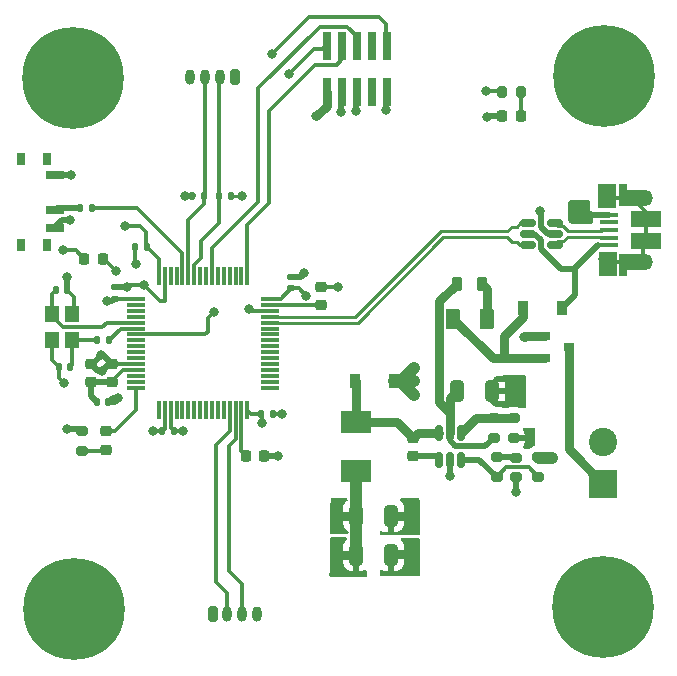
<source format=gbr>
%TF.GenerationSoftware,KiCad,Pcbnew,(5.99.0-7547-g7565f60a03)*%
%TF.CreationDate,2020-12-15T07:52:55+08:00*%
%TF.ProjectId,STM32F4_REV2,53544d33-3246-4345-9f52-4556322e6b69,rev?*%
%TF.SameCoordinates,Original*%
%TF.FileFunction,Copper,L1,Top*%
%TF.FilePolarity,Positive*%
%FSLAX46Y46*%
G04 Gerber Fmt 4.6, Leading zero omitted, Abs format (unit mm)*
G04 Created by KiCad (PCBNEW (5.99.0-7547-g7565f60a03)) date 2020-12-15 07:52:55*
%MOMM*%
%LPD*%
G01*
G04 APERTURE LIST*
G04 Aperture macros list*
%AMRoundRect*
0 Rectangle with rounded corners*
0 $1 Rounding radius*
0 $2 $3 $4 $5 $6 $7 $8 $9 X,Y pos of 4 corners*
0 Add a 4 corners polygon primitive as box body*
4,1,4,$2,$3,$4,$5,$6,$7,$8,$9,$2,$3,0*
0 Add four circle primitives for the rounded corners*
1,1,$1+$1,$2,$3,0*
1,1,$1+$1,$4,$5,0*
1,1,$1+$1,$6,$7,0*
1,1,$1+$1,$8,$9,0*
0 Add four rect primitives between the rounded corners*
20,1,$1+$1,$2,$3,$4,$5,0*
20,1,$1+$1,$4,$5,$6,$7,0*
20,1,$1+$1,$6,$7,$8,$9,0*
20,1,$1+$1,$8,$9,$2,$3,0*%
G04 Aperture macros list end*
%TA.AperFunction,SMDPad,CuDef*%
%ADD10RoundRect,0.140000X0.140000X0.170000X-0.140000X0.170000X-0.140000X-0.170000X0.140000X-0.170000X0*%
%TD*%
%TA.AperFunction,SMDPad,CuDef*%
%ADD11R,0.740000X2.400000*%
%TD*%
%TA.AperFunction,SMDPad,CuDef*%
%ADD12RoundRect,0.250000X0.375000X0.625000X-0.375000X0.625000X-0.375000X-0.625000X0.375000X-0.625000X0*%
%TD*%
%TA.AperFunction,SMDPad,CuDef*%
%ADD13R,1.650000X0.400000*%
%TD*%
%TA.AperFunction,SMDPad,CuDef*%
%ADD14R,0.700000X1.825000*%
%TD*%
%TA.AperFunction,SMDPad,CuDef*%
%ADD15R,1.500000X2.000000*%
%TD*%
%TA.AperFunction,ComponentPad*%
%ADD16O,1.700000X1.350000*%
%TD*%
%TA.AperFunction,ComponentPad*%
%ADD17O,1.500000X1.100000*%
%TD*%
%TA.AperFunction,SMDPad,CuDef*%
%ADD18R,2.000000X1.350000*%
%TD*%
%TA.AperFunction,SMDPad,CuDef*%
%ADD19R,2.500000X1.430000*%
%TD*%
%TA.AperFunction,SMDPad,CuDef*%
%ADD20RoundRect,0.200000X-0.275000X0.200000X-0.275000X-0.200000X0.275000X-0.200000X0.275000X0.200000X0*%
%TD*%
%TA.AperFunction,SMDPad,CuDef*%
%ADD21RoundRect,0.225000X0.250000X-0.225000X0.250000X0.225000X-0.250000X0.225000X-0.250000X-0.225000X0*%
%TD*%
%TA.AperFunction,SMDPad,CuDef*%
%ADD22R,2.500000X1.900000*%
%TD*%
%TA.AperFunction,SMDPad,CuDef*%
%ADD23RoundRect,0.140000X-0.140000X-0.170000X0.140000X-0.170000X0.140000X0.170000X-0.140000X0.170000X0*%
%TD*%
%TA.AperFunction,SMDPad,CuDef*%
%ADD24RoundRect,0.075000X-0.700000X-0.075000X0.700000X-0.075000X0.700000X0.075000X-0.700000X0.075000X0*%
%TD*%
%TA.AperFunction,SMDPad,CuDef*%
%ADD25RoundRect,0.075000X-0.075000X-0.700000X0.075000X-0.700000X0.075000X0.700000X-0.075000X0.700000X0*%
%TD*%
%TA.AperFunction,ComponentPad*%
%ADD26R,2.400000X2.400000*%
%TD*%
%TA.AperFunction,ComponentPad*%
%ADD27C,2.400000*%
%TD*%
%TA.AperFunction,SMDPad,CuDef*%
%ADD28R,0.800000X1.000000*%
%TD*%
%TA.AperFunction,SMDPad,CuDef*%
%ADD29R,1.500000X0.700000*%
%TD*%
%TA.AperFunction,SMDPad,CuDef*%
%ADD30RoundRect,0.140000X0.170000X-0.140000X0.170000X0.140000X-0.170000X0.140000X-0.170000X-0.140000X0*%
%TD*%
%TA.AperFunction,SMDPad,CuDef*%
%ADD31RoundRect,0.200000X-0.200000X-0.275000X0.200000X-0.275000X0.200000X0.275000X-0.200000X0.275000X0*%
%TD*%
%TA.AperFunction,SMDPad,CuDef*%
%ADD32RoundRect,0.147500X0.147500X0.172500X-0.147500X0.172500X-0.147500X-0.172500X0.147500X-0.172500X0*%
%TD*%
%TA.AperFunction,SMDPad,CuDef*%
%ADD33RoundRect,0.218750X-0.218750X-0.381250X0.218750X-0.381250X0.218750X0.381250X-0.218750X0.381250X0*%
%TD*%
%TA.AperFunction,SMDPad,CuDef*%
%ADD34R,0.900000X1.200000*%
%TD*%
%TA.AperFunction,SMDPad,CuDef*%
%ADD35RoundRect,0.225000X-0.225000X-0.250000X0.225000X-0.250000X0.225000X0.250000X-0.225000X0.250000X0*%
%TD*%
%TA.AperFunction,SMDPad,CuDef*%
%ADD36RoundRect,0.135000X0.135000X0.185000X-0.135000X0.185000X-0.135000X-0.185000X0.135000X-0.185000X0*%
%TD*%
%TA.AperFunction,SMDPad,CuDef*%
%ADD37RoundRect,0.218750X0.256250X-0.218750X0.256250X0.218750X-0.256250X0.218750X-0.256250X-0.218750X0*%
%TD*%
%TA.AperFunction,SMDPad,CuDef*%
%ADD38RoundRect,0.200000X0.275000X-0.200000X0.275000X0.200000X-0.275000X0.200000X-0.275000X-0.200000X0*%
%TD*%
%TA.AperFunction,SMDPad,CuDef*%
%ADD39RoundRect,0.135000X-0.135000X-0.185000X0.135000X-0.185000X0.135000X0.185000X-0.135000X0.185000X0*%
%TD*%
%TA.AperFunction,ComponentPad*%
%ADD40RoundRect,0.200000X0.200000X0.450000X-0.200000X0.450000X-0.200000X-0.450000X0.200000X-0.450000X0*%
%TD*%
%TA.AperFunction,ComponentPad*%
%ADD41O,0.800000X1.300000*%
%TD*%
%TA.AperFunction,SMDPad,CuDef*%
%ADD42RoundRect,0.225000X-0.250000X0.225000X-0.250000X-0.225000X0.250000X-0.225000X0.250000X0.225000X0*%
%TD*%
%TA.AperFunction,SMDPad,CuDef*%
%ADD43RoundRect,0.150000X0.150000X-0.512500X0.150000X0.512500X-0.150000X0.512500X-0.150000X-0.512500X0*%
%TD*%
%TA.AperFunction,ComponentPad*%
%ADD44C,0.900000*%
%TD*%
%TA.AperFunction,ComponentPad*%
%ADD45C,8.600000*%
%TD*%
%TA.AperFunction,SMDPad,CuDef*%
%ADD46RoundRect,0.250000X0.325000X0.650000X-0.325000X0.650000X-0.325000X-0.650000X0.325000X-0.650000X0*%
%TD*%
%TA.AperFunction,SMDPad,CuDef*%
%ADD47RoundRect,0.250000X-0.325000X-0.650000X0.325000X-0.650000X0.325000X0.650000X-0.325000X0.650000X0*%
%TD*%
%TA.AperFunction,SMDPad,CuDef*%
%ADD48R,1.200000X1.400000*%
%TD*%
%TA.AperFunction,SMDPad,CuDef*%
%ADD49RoundRect,0.150000X0.512500X0.150000X-0.512500X0.150000X-0.512500X-0.150000X0.512500X-0.150000X0*%
%TD*%
%TA.AperFunction,SMDPad,CuDef*%
%ADD50R,0.900000X0.800000*%
%TD*%
%TA.AperFunction,ComponentPad*%
%ADD51RoundRect,0.200000X-0.200000X-0.450000X0.200000X-0.450000X0.200000X0.450000X-0.200000X0.450000X0*%
%TD*%
%TA.AperFunction,SMDPad,CuDef*%
%ADD52RoundRect,0.218750X0.218750X0.256250X-0.218750X0.256250X-0.218750X-0.256250X0.218750X-0.256250X0*%
%TD*%
%TA.AperFunction,ViaPad*%
%ADD53C,0.800000*%
%TD*%
%TA.AperFunction,Conductor*%
%ADD54C,1.000000*%
%TD*%
%TA.AperFunction,Conductor*%
%ADD55C,0.750000*%
%TD*%
%TA.AperFunction,Conductor*%
%ADD56C,0.300000*%
%TD*%
%TA.AperFunction,Conductor*%
%ADD57C,0.500000*%
%TD*%
%TA.AperFunction,Conductor*%
%ADD58C,0.250000*%
%TD*%
%TA.AperFunction,Conductor*%
%ADD59C,0.260000*%
%TD*%
G04 APERTURE END LIST*
D10*
%TO.P,C10,2*%
%TO.N,GND*%
X95520000Y-85575000D03*
%TO.P,C10,1*%
%TO.N,+3V3*%
X96480000Y-85575000D03*
%TD*%
D11*
%TO.P,J2,10,Pin_10*%
%TO.N,NRST*%
X116790000Y-68600000D03*
%TO.P,J2,9,Pin_9*%
%TO.N,GND*%
X116790000Y-72500000D03*
%TO.P,J2,8,Pin_8*%
%TO.N,no_connect_37*%
X115520000Y-68600000D03*
%TO.P,J2,7,Pin_7*%
%TO.N,no_connect_36*%
X115520000Y-72500000D03*
%TO.P,J2,6,Pin_6*%
%TO.N,SWO*%
X114250000Y-68600000D03*
%TO.P,J2,5,Pin_5*%
%TO.N,GND*%
X114250000Y-72500000D03*
%TO.P,J2,4,Pin_4*%
%TO.N,SWCLK*%
X112980000Y-68600000D03*
%TO.P,J2,3,Pin_3*%
%TO.N,GND*%
X112980000Y-72500000D03*
%TO.P,J2,2,Pin_2*%
%TO.N,SWDIO*%
X111710000Y-68600000D03*
%TO.P,J2,1,Pin_1*%
%TO.N,+3V3*%
X111710000Y-72500000D03*
%TD*%
D12*
%TO.P,F1,2*%
%TO.N,Net-(D1-Pad1)*%
X122450000Y-91650000D03*
%TO.P,F1,1*%
%TO.N,Net-(F1-Pad1)*%
X125250000Y-91650000D03*
%TD*%
D13*
%TO.P,J5,1,VBUS*%
%TO.N,+5V*%
X135595000Y-85455000D03*
%TO.P,J5,2,D-*%
%TO.N,USB_CONN_D-*%
X135595000Y-84805000D03*
%TO.P,J5,3,D+*%
%TO.N,USB_CONN_D+*%
X135595000Y-84155000D03*
%TO.P,J5,4,ID*%
%TO.N,no_connect_42*%
X135595000Y-83505000D03*
%TO.P,J5,5,GND*%
%TO.N,GND*%
X135595000Y-82855000D03*
D14*
%TO.P,J5,6,Shield*%
%TO.N,no_connect_43*%
X136795000Y-81155000D03*
X136795000Y-87105000D03*
D15*
X135475000Y-81255000D03*
D16*
X138475000Y-81425000D03*
D17*
X135475000Y-81735000D03*
D15*
X135495000Y-87005000D03*
D18*
X137545000Y-86885000D03*
D19*
X138745000Y-85115000D03*
D18*
X137545000Y-81405000D03*
D16*
X138475000Y-86885000D03*
D19*
X138745000Y-83195000D03*
D17*
X135475000Y-86575000D03*
%TD*%
D20*
%TO.P,R3,1*%
%TO.N,+3V3*%
X129600000Y-103375000D03*
%TO.P,R3,2*%
%TO.N,BUCK_FB*%
X129600000Y-105025000D03*
%TD*%
D10*
%TO.P,C7,1*%
%TO.N,+3V3*%
X98757327Y-101175507D03*
%TO.P,C7,2*%
%TO.N,GND*%
X97797327Y-101175507D03*
%TD*%
D21*
%TO.P,C12,1*%
%TO.N,+3.3VA*%
X93500000Y-97025000D03*
%TO.P,C12,2*%
%TO.N,GND*%
X93500000Y-95475000D03*
%TD*%
D22*
%TO.P,L1,1*%
%TO.N,BUCK_SW*%
X114175000Y-100425000D03*
%TO.P,L1,2*%
%TO.N,+3V3*%
X114175000Y-104525000D03*
%TD*%
D20*
%TO.P,R5,1*%
%TO.N,Net-(R4-Pad2)*%
X127730000Y-103415000D03*
%TO.P,R5,2*%
%TO.N,GND*%
X127730000Y-105065000D03*
%TD*%
%TO.P,R9,1*%
%TO.N,GND*%
X91000000Y-101175000D03*
%TO.P,R9,2*%
%TO.N,Net-(D4-Pad1)*%
X91000000Y-102825000D03*
%TD*%
D23*
%TO.P,C15,1*%
%TO.N,HSE_IN*%
X88770000Y-89250000D03*
%TO.P,C15,2*%
%TO.N,GND*%
X89730000Y-89250000D03*
%TD*%
D24*
%TO.P,U2,1,VBAT*%
%TO.N,+3V3*%
X95575000Y-90000000D03*
%TO.P,U2,2,PC13*%
%TO.N,no_connect_49*%
X95575000Y-90500000D03*
%TO.P,U2,3,PC14*%
%TO.N,no_connect_59*%
X95575000Y-91000000D03*
%TO.P,U2,4,PC15*%
%TO.N,no_connect_67*%
X95575000Y-91500000D03*
%TO.P,U2,5,PH0*%
%TO.N,HSE_IN*%
X95575000Y-92000000D03*
%TO.P,U2,6,PH1*%
%TO.N,HSC_OUT*%
X95575000Y-92500000D03*
%TO.P,U2,7,NRST*%
%TO.N,NRST*%
X95575000Y-93000000D03*
%TO.P,U2,8,PC0*%
%TO.N,no_connect_81*%
X95575000Y-93500000D03*
%TO.P,U2,9,PC1*%
%TO.N,no_connect_82*%
X95575000Y-94000000D03*
%TO.P,U2,10,PC2*%
%TO.N,no_connect_44*%
X95575000Y-94500000D03*
%TO.P,U2,11,PC3*%
%TO.N,no_connect_45*%
X95575000Y-95000000D03*
%TO.P,U2,12,VSSA*%
%TO.N,GND*%
X95575000Y-95500000D03*
%TO.P,U2,13,VDDA*%
%TO.N,+3.3VA*%
X95575000Y-96000000D03*
%TO.P,U2,14,PA0*%
%TO.N,no_connect_46*%
X95575000Y-96500000D03*
%TO.P,U2,15,PA1*%
%TO.N,no_connect_47*%
X95575000Y-97000000D03*
%TO.P,U2,16,PA2*%
%TO.N,LED_STATUS*%
X95575000Y-97500000D03*
D25*
%TO.P,U2,17,PA3*%
%TO.N,no_connect_48*%
X97500000Y-99425000D03*
%TO.P,U2,18,VSS*%
%TO.N,GND*%
X98000000Y-99425000D03*
%TO.P,U2,19,VDD*%
%TO.N,+3V3*%
X98500000Y-99425000D03*
%TO.P,U2,20,PA4*%
%TO.N,no_connect_50*%
X99000000Y-99425000D03*
%TO.P,U2,21,PA5*%
%TO.N,no_connect_51*%
X99500000Y-99425000D03*
%TO.P,U2,22,PA6*%
%TO.N,no_connect_52*%
X100000000Y-99425000D03*
%TO.P,U2,23,PA7*%
%TO.N,no_connect_53*%
X100500000Y-99425000D03*
%TO.P,U2,24,PC4*%
%TO.N,no_connect_54*%
X101000000Y-99425000D03*
%TO.P,U2,25,PC5*%
%TO.N,no_connect_55*%
X101500000Y-99425000D03*
%TO.P,U2,26,PB0*%
%TO.N,no_connect_56*%
X102000000Y-99425000D03*
%TO.P,U2,27,PB1*%
%TO.N,no_connect_57*%
X102500000Y-99425000D03*
%TO.P,U2,28,PB2*%
%TO.N,no_connect_58*%
X103000000Y-99425000D03*
%TO.P,U2,29,PB10*%
%TO.N,USART3_TX*%
X103500000Y-99425000D03*
%TO.P,U2,30,PB11*%
%TO.N,USART3_RX*%
X104000000Y-99425000D03*
%TO.P,U2,31,VCAP_1*%
%TO.N,Net-(C13-Pad1)*%
X104500000Y-99425000D03*
%TO.P,U2,32,VDD*%
%TO.N,+3V3*%
X105000000Y-99425000D03*
D24*
%TO.P,U2,33,PB12*%
%TO.N,no_connect_60*%
X106925000Y-97500000D03*
%TO.P,U2,34,PB13*%
%TO.N,no_connect_61*%
X106925000Y-97000000D03*
%TO.P,U2,35,PB14*%
%TO.N,no_connect_62*%
X106925000Y-96500000D03*
%TO.P,U2,36,PB15*%
%TO.N,no_connect_63*%
X106925000Y-96000000D03*
%TO.P,U2,37,PC6*%
%TO.N,no_connect_64*%
X106925000Y-95500000D03*
%TO.P,U2,38,PC7*%
%TO.N,no_connect_65*%
X106925000Y-95000000D03*
%TO.P,U2,39,PC8*%
%TO.N,no_connect_66*%
X106925000Y-94500000D03*
%TO.P,U2,40,PC9*%
%TO.N,no_connect_68*%
X106925000Y-94000000D03*
%TO.P,U2,41,PA8*%
%TO.N,no_connect_69*%
X106925000Y-93500000D03*
%TO.P,U2,42,PA9*%
%TO.N,no_connect_70*%
X106925000Y-93000000D03*
%TO.P,U2,43,PA10*%
%TO.N,no_connect_71*%
X106925000Y-92500000D03*
%TO.P,U2,44,PA11*%
%TO.N,USB_D-*%
X106925000Y-92000000D03*
%TO.P,U2,45,PA12*%
%TO.N,USB_D+*%
X106925000Y-91500000D03*
%TO.P,U2,46,PA13*%
%TO.N,SWDIO*%
X106925000Y-91000000D03*
%TO.P,U2,47,VCAP_2*%
%TO.N,Net-(C14-Pad1)*%
X106925000Y-90500000D03*
%TO.P,U2,48,VDD*%
%TO.N,+3V3*%
X106925000Y-90000000D03*
D25*
%TO.P,U2,49,PA14*%
%TO.N,SWCLK*%
X105000000Y-88075000D03*
%TO.P,U2,50,PA15*%
%TO.N,no_connect_72*%
X104500000Y-88075000D03*
%TO.P,U2,51,PC10*%
%TO.N,no_connect_73*%
X104000000Y-88075000D03*
%TO.P,U2,52,PC11*%
%TO.N,no_connect_74*%
X103500000Y-88075000D03*
%TO.P,U2,53,PC12*%
%TO.N,no_connect_75*%
X103000000Y-88075000D03*
%TO.P,U2,54,PD2*%
%TO.N,no_connect_76*%
X102500000Y-88075000D03*
%TO.P,U2,55,PB3*%
%TO.N,SWO*%
X102000000Y-88075000D03*
%TO.P,U2,56,PB4*%
%TO.N,no_connect_77*%
X101500000Y-88075000D03*
%TO.P,U2,57,PB5*%
%TO.N,no_connect_78*%
X101000000Y-88075000D03*
%TO.P,U2,58,PB6*%
%TO.N,12C1_SCL*%
X100500000Y-88075000D03*
%TO.P,U2,59,PB7*%
%TO.N,12C1_SDA*%
X100000000Y-88075000D03*
%TO.P,U2,60,BOOT0*%
%TO.N,BOOT0*%
X99500000Y-88075000D03*
%TO.P,U2,61,PB8*%
%TO.N,no_connect_79*%
X99000000Y-88075000D03*
%TO.P,U2,62,PB9*%
%TO.N,no_connect_80*%
X98500000Y-88075000D03*
%TO.P,U2,63,VSS*%
%TO.N,GND*%
X98000000Y-88075000D03*
%TO.P,U2,64,VDD*%
%TO.N,+3V3*%
X97500000Y-88075000D03*
%TD*%
D21*
%TO.P,C11,1*%
%TO.N,+3.3VA*%
X91750000Y-97025000D03*
%TO.P,C11,2*%
%TO.N,GND*%
X91750000Y-95475000D03*
%TD*%
D26*
%TO.P,J1,1,Pin_1*%
%TO.N,+12V*%
X135150000Y-105620000D03*
D27*
%TO.P,J1,2,Pin_2*%
%TO.N,GND*%
X135150000Y-102120000D03*
%TD*%
D28*
%TO.P,SW1,*%
%TO.N,*%
X88030000Y-85400000D03*
X88030000Y-78100000D03*
X85820000Y-85400000D03*
X85820000Y-78100000D03*
D29*
%TO.P,SW1,1,A*%
%TO.N,+3V3*%
X88680000Y-79500000D03*
%TO.P,SW1,2,B*%
%TO.N,Net-(R7-Pad1)*%
X88680000Y-82500000D03*
%TO.P,SW1,3,C*%
%TO.N,GND*%
X88680000Y-84000000D03*
%TD*%
D30*
%TO.P,C6,1*%
%TO.N,+3V3*%
X93750000Y-89980000D03*
%TO.P,C6,2*%
%TO.N,GND*%
X93750000Y-89020000D03*
%TD*%
D31*
%TO.P,R6,1*%
%TO.N,GND*%
X126525000Y-72500000D03*
%TO.P,R6,2*%
%TO.N,Net-(D3-Pad1)*%
X128175000Y-72500000D03*
%TD*%
D32*
%TO.P,L2,1*%
%TO.N,+3V3*%
X93235000Y-98750000D03*
%TO.P,L2,2*%
%TO.N,+3.3VA*%
X92265000Y-98750000D03*
%TD*%
D33*
%TO.P,FB1,1*%
%TO.N,BUCK_IN*%
X122712500Y-88700000D03*
%TO.P,FB1,2*%
%TO.N,Net-(F1-Pad1)*%
X124837500Y-88700000D03*
%TD*%
D34*
%TO.P,D1,1,K*%
%TO.N,Net-(D1-Pad1)*%
X128350000Y-90750000D03*
%TO.P,D1,2,A*%
%TO.N,+5V*%
X131650000Y-90750000D03*
%TD*%
D35*
%TO.P,C13,1*%
%TO.N,Net-(C13-Pad1)*%
X104875000Y-103250000D03*
%TO.P,C13,2*%
%TO.N,GND*%
X106425000Y-103250000D03*
%TD*%
D21*
%TO.P,C14,1*%
%TO.N,Net-(C14-Pad1)*%
X111270000Y-90495000D03*
%TO.P,C14,2*%
%TO.N,GND*%
X111270000Y-88945000D03*
%TD*%
D36*
%TO.P,R8,1*%
%TO.N,HSC_OUT*%
X93260000Y-93500000D03*
%TO.P,R8,2*%
%TO.N,Net-(C16-Pad1)*%
X92240000Y-93500000D03*
%TD*%
D34*
%TO.P,D2,1,K*%
%TO.N,BUCK_SW*%
X114125000Y-96900000D03*
%TO.P,D2,2,A*%
%TO.N,GND*%
X117425000Y-96900000D03*
%TD*%
D37*
%TO.P,D4,1,K*%
%TO.N,Net-(D4-Pad1)*%
X93000000Y-102787500D03*
%TO.P,D4,2,A*%
%TO.N,LED_STATUS*%
X93000000Y-101212500D03*
%TD*%
D38*
%TO.P,R4,1*%
%TO.N,BUCK_FB*%
X126100000Y-105055000D03*
%TO.P,R4,2*%
%TO.N,Net-(R4-Pad2)*%
X126100000Y-103405000D03*
%TD*%
D39*
%TO.P,R10,1*%
%TO.N,+3V3*%
X100340000Y-81250000D03*
%TO.P,R10,2*%
%TO.N,12C1_SDA*%
X101360000Y-81250000D03*
%TD*%
D40*
%TO.P,J3,1,Pin_1*%
%TO.N,no_connect_38*%
X103925000Y-71225000D03*
D41*
%TO.P,J3,2,Pin_2*%
%TO.N,12C1_SCL*%
X102675000Y-71225000D03*
%TO.P,J3,3,Pin_3*%
%TO.N,12C1_SDA*%
X101425000Y-71225000D03*
%TO.P,J3,4,Pin_4*%
%TO.N,no_connect_39*%
X100175000Y-71225000D03*
%TD*%
D36*
%TO.P,R11,1*%
%TO.N,+3V3*%
X103610000Y-81250000D03*
%TO.P,R11,2*%
%TO.N,12C1_SCL*%
X102590000Y-81250000D03*
%TD*%
D42*
%TO.P,C4,1*%
%TO.N,BUCK_SW*%
X119000000Y-101725000D03*
%TO.P,C4,2*%
%TO.N,BUCK_BST*%
X119000000Y-103275000D03*
%TD*%
D43*
%TO.P,U1,1,BST*%
%TO.N,BUCK_BST*%
X121200000Y-103587500D03*
%TO.P,U1,2,GND*%
%TO.N,GND*%
X122150000Y-103587500D03*
%TO.P,U1,3,FB*%
%TO.N,BUCK_FB*%
X123100000Y-103587500D03*
%TO.P,U1,4,EN*%
%TO.N,BUCK_EN*%
X123100000Y-101312500D03*
%TO.P,U1,5,IN*%
%TO.N,BUCK_IN*%
X122150000Y-101312500D03*
%TO.P,U1,6,SW*%
%TO.N,BUCK_SW*%
X121200000Y-101312500D03*
%TD*%
D35*
%TO.P,C5,1*%
%TO.N,+3V3*%
X91195000Y-86590000D03*
%TO.P,C5,2*%
%TO.N,GND*%
X92745000Y-86590000D03*
%TD*%
D39*
%TO.P,R7,1*%
%TO.N,Net-(R7-Pad1)*%
X90820000Y-82260000D03*
%TO.P,R7,2*%
%TO.N,BOOT0*%
X91840000Y-82260000D03*
%TD*%
D30*
%TO.P,C9,1*%
%TO.N,+3V3*%
X108700000Y-89105000D03*
%TO.P,C9,2*%
%TO.N,GND*%
X108700000Y-88145000D03*
%TD*%
D44*
%TO.P,H2,1,1*%
%TO.N,GND*%
X132919581Y-73390419D03*
X135200000Y-74335000D03*
X138425000Y-71110000D03*
X137480419Y-68829581D03*
D45*
X135200000Y-71110000D03*
D44*
X132919581Y-68829581D03*
X135200000Y-67885000D03*
X131975000Y-71110000D03*
X137480419Y-73390419D03*
%TD*%
D46*
%TO.P,C3,1*%
%TO.N,GND*%
X117160000Y-108335000D03*
%TO.P,C3,2*%
%TO.N,+3V3*%
X114210000Y-108335000D03*
%TD*%
D47*
%TO.P,C1,1*%
%TO.N,BUCK_IN*%
X122775000Y-97750000D03*
%TO.P,C1,2*%
%TO.N,GND*%
X125725000Y-97750000D03*
%TD*%
D20*
%TO.P,R2,1*%
%TO.N,BUCK_EN*%
X127550000Y-100075000D03*
%TO.P,R2,2*%
%TO.N,GND*%
X127550000Y-101725000D03*
%TD*%
D44*
%TO.P,H4,1,1*%
%TO.N,GND*%
X90200000Y-74475000D03*
X92480419Y-73530419D03*
X86975000Y-71250000D03*
X87919581Y-68969581D03*
X87919581Y-73530419D03*
X90200000Y-68025000D03*
X93425000Y-71250000D03*
X92480419Y-68969581D03*
D45*
X90200000Y-71250000D03*
%TD*%
D48*
%TO.P,Y1,1,1*%
%TO.N,HSE_IN*%
X88450000Y-91300000D03*
%TO.P,Y1,2,2*%
%TO.N,GND*%
X88450000Y-93500000D03*
%TO.P,Y1,3,3*%
%TO.N,Net-(C16-Pad1)*%
X90150000Y-93500000D03*
%TO.P,Y1,4,4*%
%TO.N,GND*%
X90150000Y-91300000D03*
%TD*%
D49*
%TO.P,U3,1,I/O1*%
%TO.N,USB_CONN_D-*%
X131012500Y-85425000D03*
%TO.P,U3,2,GND*%
%TO.N,GND*%
X131012500Y-84475000D03*
%TO.P,U3,3,I/O2*%
%TO.N,USB_CONN_D+*%
X131012500Y-83525000D03*
%TO.P,U3,4,I/O2*%
%TO.N,USB_D+*%
X128737500Y-83525000D03*
%TO.P,U3,5,VBUS*%
%TO.N,+5V*%
X128737500Y-84475000D03*
%TO.P,U3,6,I/O1*%
%TO.N,USB_D-*%
X128737500Y-85425000D03*
%TD*%
D50*
%TO.P,Q1,1,G*%
%TO.N,GND*%
X130225000Y-93125000D03*
%TO.P,Q1,2,S*%
%TO.N,Net-(D1-Pad1)*%
X130225000Y-95025000D03*
%TO.P,Q1,3,D*%
%TO.N,+12V*%
X132225000Y-94075000D03*
%TD*%
D51*
%TO.P,J4,1,Pin_1*%
%TO.N,no_connect_40*%
X102050000Y-116650000D03*
D41*
%TO.P,J4,2,Pin_2*%
%TO.N,USART3_TX*%
X103300000Y-116650000D03*
%TO.P,J4,3,Pin_3*%
%TO.N,USART3_RX*%
X104550000Y-116650000D03*
%TO.P,J4,4,Pin_4*%
%TO.N,no_connect_41*%
X105800000Y-116650000D03*
%TD*%
D46*
%TO.P,C2,1*%
%TO.N,GND*%
X117160000Y-111635000D03*
%TO.P,C2,2*%
%TO.N,+3V3*%
X114210000Y-111635000D03*
%TD*%
D23*
%TO.P,C8,1*%
%TO.N,+3V3*%
X106170000Y-99700000D03*
%TO.P,C8,2*%
%TO.N,GND*%
X107130000Y-99700000D03*
%TD*%
D52*
%TO.P,D3,1,K*%
%TO.N,Net-(D3-Pad1)*%
X128137500Y-74500000D03*
%TO.P,D3,2,A*%
%TO.N,+3V3*%
X126562500Y-74500000D03*
%TD*%
D44*
%TO.P,H1,1,1*%
%TO.N,GND*%
X93575000Y-116250000D03*
X92630419Y-118530419D03*
X92630419Y-113969581D03*
X90350000Y-113025000D03*
X87125000Y-116250000D03*
X90350000Y-119475000D03*
X88069581Y-113969581D03*
D45*
X90350000Y-116250000D03*
D44*
X88069581Y-118530419D03*
%TD*%
%TO.P,H3,1,1*%
%TO.N,GND*%
X132869581Y-113819581D03*
X135150000Y-112875000D03*
X135150000Y-119325000D03*
X137430419Y-113819581D03*
X131925000Y-116100000D03*
D45*
X135150000Y-116100000D03*
D44*
X132869581Y-118380419D03*
X137430419Y-118380419D03*
X138375000Y-116100000D03*
%TD*%
D38*
%TO.P,R1,1*%
%TO.N,BUCK_IN*%
X125850000Y-101725000D03*
%TO.P,R1,2*%
%TO.N,BUCK_EN*%
X125850000Y-100075000D03*
%TD*%
D10*
%TO.P,C16,1*%
%TO.N,Net-(C16-Pad1)*%
X90000000Y-95750000D03*
%TO.P,C16,2*%
%TO.N,GND*%
X89040000Y-95750000D03*
%TD*%
D53*
%TO.N,GND*%
X119125000Y-98125000D03*
X119100000Y-96975000D03*
X119100000Y-95800000D03*
%TO.N,+3V3*%
X109950000Y-89725000D03*
%TO.N,GND*%
X133625000Y-83150000D03*
X132700000Y-83175000D03*
X132725000Y-82150000D03*
X133575000Y-82150000D03*
X128850000Y-102275000D03*
X128850000Y-101375000D03*
X128050000Y-98750000D03*
X127125000Y-98750000D03*
X127125000Y-97850000D03*
X128050000Y-97850000D03*
X128050000Y-96925000D03*
X127125000Y-96925000D03*
X107925000Y-99725000D03*
X109825000Y-87825000D03*
X118725000Y-110850000D03*
X116775000Y-74025000D03*
X125225000Y-72400000D03*
X107600000Y-103250000D03*
X122150000Y-104975000D03*
X93875000Y-87600000D03*
X89475000Y-97125000D03*
X112900000Y-74125000D03*
X128450000Y-93250000D03*
X92700000Y-96050000D03*
X118750000Y-112425000D03*
X112675000Y-88950000D03*
X94825000Y-89000000D03*
X114225000Y-74100000D03*
X129800000Y-82575000D03*
X97025000Y-101200000D03*
X89700000Y-101000000D03*
X96225000Y-88800000D03*
X95600000Y-87050000D03*
X89975000Y-83275000D03*
X89750000Y-88125000D03*
X118725000Y-109000000D03*
X92625000Y-94775000D03*
X127775000Y-106350000D03*
X118775000Y-107725000D03*
%TO.N,+3V3*%
X112625000Y-107675000D03*
X99700000Y-81275000D03*
X94650000Y-83775000D03*
X106200000Y-100475000D03*
X112575000Y-112125000D03*
X94075000Y-98400000D03*
X130750000Y-103450000D03*
X93075000Y-90200000D03*
X104550000Y-81275000D03*
X112575000Y-108975000D03*
X125250000Y-74550000D03*
X112575000Y-111100000D03*
X110850000Y-74500000D03*
X90025000Y-79500000D03*
X89425000Y-85850000D03*
X99525000Y-101175000D03*
%TO.N,SWDIO*%
X105148942Y-90823942D03*
X108500000Y-70950000D03*
%TO.N,NRST*%
X102150000Y-91100000D03*
X107112852Y-69281456D03*
%TD*%
D54*
%TO.N,GND*%
X117425000Y-96900000D02*
X117900000Y-96900000D01*
X117900000Y-96900000D02*
X119125000Y-98125000D01*
X117425000Y-96900000D02*
X118000000Y-96900000D01*
X118000000Y-96900000D02*
X119100000Y-95800000D01*
X117425000Y-96900000D02*
X119025000Y-96900000D01*
X119025000Y-96900000D02*
X119100000Y-96975000D01*
D55*
%TO.N,BUCK_SW*%
X114175000Y-100425000D02*
X114175000Y-96950000D01*
X114175000Y-96950000D02*
X114125000Y-96900000D01*
D56*
%TO.N,GND*%
X95520000Y-85575000D02*
X95520000Y-86970000D01*
X95520000Y-86970000D02*
X95600000Y-87050000D01*
D55*
%TO.N,+3V3*%
X111710000Y-72500000D02*
X111710000Y-73640000D01*
X111710000Y-73640000D02*
X110850000Y-74500000D01*
%TO.N,GND*%
X117160000Y-111635000D02*
X117170000Y-111625000D01*
X117170000Y-111625000D02*
X118725000Y-111625000D01*
X117160000Y-108335000D02*
X118715000Y-108335000D01*
%TO.N,+3V3*%
X112685000Y-111635000D02*
X114210000Y-111635000D01*
X114210000Y-108335000D02*
X112740000Y-108335000D01*
D56*
X106170000Y-99700000D02*
X105275000Y-99700000D01*
X105275000Y-99700000D02*
X105000000Y-99425000D01*
%TO.N,GND*%
X107925000Y-99725000D02*
X107155000Y-99725000D01*
X107155000Y-99725000D02*
X107130000Y-99700000D01*
X96225000Y-88800000D02*
X95025000Y-88800000D01*
X95025000Y-88800000D02*
X94825000Y-89000000D01*
%TO.N,+3V3*%
X106200000Y-100475000D02*
X106200000Y-99730000D01*
X106200000Y-99730000D02*
X106170000Y-99700000D01*
X108700000Y-89105000D02*
X109330000Y-89105000D01*
X109330000Y-89105000D02*
X109950000Y-89725000D01*
X106925000Y-90000000D02*
X107805000Y-90000000D01*
X107805000Y-90000000D02*
X108700000Y-89105000D01*
%TO.N,GND*%
X112675000Y-88950000D02*
X111275000Y-88950000D01*
X111275000Y-88950000D02*
X111270000Y-88945000D01*
%TO.N,Net-(C14-Pad1)*%
X109820000Y-90495000D02*
X111270000Y-90495000D01*
D55*
%TO.N,BUCK_IN*%
X122775000Y-97750000D02*
X122150000Y-98375000D01*
X122150000Y-98375000D02*
X122150000Y-101312500D01*
X121250000Y-98350020D02*
X121250000Y-98725000D01*
X121249990Y-98350010D02*
X121250000Y-98350020D01*
X121250000Y-98725000D02*
X122150000Y-99625000D01*
X122150000Y-99625000D02*
X122150000Y-101312500D01*
X122712500Y-88700000D02*
X122712500Y-88712500D01*
X122712500Y-88712500D02*
X121249990Y-90175010D01*
X121249990Y-90175010D02*
X121249990Y-98350010D01*
%TO.N,Net-(F1-Pad1)*%
X125250000Y-91650000D02*
X125250000Y-89112500D01*
X125250000Y-89112500D02*
X124837500Y-88700000D01*
%TO.N,Net-(D1-Pad1)*%
X122450000Y-91650000D02*
X125825000Y-95025000D01*
X125825000Y-95025000D02*
X130225000Y-95025000D01*
D57*
%TO.N,GND*%
X125725000Y-98550000D02*
X126050000Y-98875000D01*
X125725000Y-97750000D02*
X125725000Y-98550000D01*
X126050000Y-98875000D02*
X127000000Y-98875000D01*
X127000000Y-98875000D02*
X127125000Y-98750000D01*
X125725000Y-97250000D02*
X126175000Y-96800000D01*
X127000000Y-96800000D02*
X127125000Y-96925000D01*
X125725000Y-97750000D02*
X125725000Y-97250000D01*
X126175000Y-96800000D02*
X127000000Y-96800000D01*
X125725000Y-97750000D02*
X127950000Y-97750000D01*
X127950000Y-97750000D02*
X128050000Y-97850000D01*
%TO.N,Net-(R4-Pad2)*%
X126100000Y-103405000D02*
X127720000Y-103405000D01*
X127720000Y-103405000D02*
X127730000Y-103415000D01*
%TO.N,GND*%
X135595000Y-82855000D02*
X133920000Y-82855000D01*
X133920000Y-82855000D02*
X133625000Y-83150000D01*
D56*
%TO.N,HSE_IN*%
X88450000Y-91300000D02*
X88450000Y-89550000D01*
D57*
%TO.N,GND*%
X89730000Y-89250000D02*
X89730000Y-88145000D01*
X89730000Y-88145000D02*
X89750000Y-88125000D01*
X89299990Y-83300010D02*
X89949990Y-83300010D01*
X89949990Y-83300010D02*
X89975000Y-83275000D01*
X88680000Y-84000000D02*
X88680000Y-83920000D01*
X88680000Y-83920000D02*
X89299990Y-83300010D01*
X89299990Y-83300010D02*
X89325000Y-83300010D01*
%TO.N,Net-(R7-Pad1)*%
X88680000Y-82500000D02*
X88920000Y-82260000D01*
X88920000Y-82260000D02*
X90820000Y-82260000D01*
%TO.N,+3V3*%
X90025000Y-79500000D02*
X88680000Y-79500000D01*
D55*
%TO.N,BUCK_EN*%
X127550000Y-100075000D02*
X124337500Y-100075000D01*
X124337500Y-100075000D02*
X123100000Y-101312500D01*
D57*
%TO.N,BUCK_IN*%
X125850000Y-101725000D02*
X125149990Y-102425010D01*
X125149990Y-102425010D02*
X122600010Y-102425010D01*
X122600010Y-102425010D02*
X122150000Y-101975000D01*
X122150000Y-101975000D02*
X122150000Y-101312500D01*
D55*
%TO.N,Net-(D1-Pad1)*%
X128350000Y-90750000D02*
X128350000Y-91485048D01*
X128350000Y-91485048D02*
X126700010Y-93135038D01*
X126700010Y-93135038D02*
X126700010Y-94737490D01*
X130225000Y-95025000D02*
X126412500Y-95025000D01*
%TO.N,GND*%
X130225000Y-93125000D02*
X128575000Y-93125000D01*
X128575000Y-93125000D02*
X128450000Y-93250000D01*
%TO.N,+12V*%
X135150000Y-105620000D02*
X132225000Y-102695000D01*
X132225000Y-102695000D02*
X132225000Y-94075000D01*
%TO.N,BUCK_SW*%
X121200000Y-101312500D02*
X119412500Y-101312500D01*
X119412500Y-101312500D02*
X119000000Y-101725000D01*
X118750000Y-101475000D02*
X119000000Y-101725000D01*
X114175000Y-100425000D02*
X117700000Y-100425000D01*
X117700000Y-100425000D02*
X119000000Y-101725000D01*
D56*
%TO.N,GND*%
X97025000Y-101200000D02*
X97772834Y-101200000D01*
X97772834Y-101200000D02*
X97797327Y-101175507D01*
%TO.N,+3V3*%
X99525000Y-101175000D02*
X98757834Y-101175000D01*
X98757834Y-101175000D02*
X98757327Y-101175507D01*
%TO.N,GND*%
X98000000Y-99425000D02*
X98000000Y-100972834D01*
X98000000Y-100972834D02*
X97797327Y-101175507D01*
%TO.N,+3V3*%
X98500000Y-99425000D02*
X98500000Y-100918180D01*
X98500000Y-100918180D02*
X98757327Y-101175507D01*
D57*
%TO.N,GND*%
X91750000Y-95475000D02*
X91925000Y-95475000D01*
D56*
X126425000Y-72400000D02*
X126525000Y-72500000D01*
D57*
X93500000Y-95475000D02*
X93275000Y-95475000D01*
D56*
X88450000Y-93500000D02*
X88450000Y-95160000D01*
D57*
X90825000Y-101000000D02*
X91000000Y-101175000D01*
D56*
X97575000Y-90150000D02*
X96225000Y-88800000D01*
X98000000Y-88075000D02*
X98000000Y-90150000D01*
D57*
X127730000Y-105065000D02*
X127730000Y-105055000D01*
X92625000Y-94775000D02*
X92800000Y-94775000D01*
X127775000Y-106350000D02*
X127775000Y-105110000D01*
X93275000Y-95475000D02*
X92700000Y-96050000D01*
X109505000Y-88145000D02*
X109825000Y-87825000D01*
D56*
X90325000Y-91125000D02*
X90150000Y-91300000D01*
D57*
X92325000Y-96050000D02*
X91750000Y-95475000D01*
D56*
X98000000Y-90150000D02*
X97575000Y-90150000D01*
X89325000Y-83275000D02*
X89325000Y-83355000D01*
D57*
X116775000Y-72385000D02*
X116765000Y-72375000D01*
D56*
X88450000Y-95160000D02*
X89040000Y-95750000D01*
D57*
X130451458Y-84475000D02*
X129850010Y-83873552D01*
D56*
X89325000Y-83355000D02*
X88680000Y-84000000D01*
D57*
X91925000Y-95475000D02*
X92625000Y-94775000D01*
X131012500Y-84475000D02*
X130451458Y-84475000D01*
X92700000Y-96050000D02*
X92325000Y-96050000D01*
X127775000Y-105110000D02*
X127730000Y-105065000D01*
D56*
X92865000Y-86590000D02*
X93875000Y-87600000D01*
X93525000Y-95500000D02*
X93500000Y-95475000D01*
D57*
X125725000Y-97750000D02*
X125750000Y-97725000D01*
D56*
X89730000Y-89250000D02*
X90325000Y-89845000D01*
D57*
X127730000Y-105065000D02*
X127785000Y-105065000D01*
X93945000Y-87530000D02*
X93875000Y-87600000D01*
X129850010Y-83873552D02*
X129850010Y-82625010D01*
D56*
X89040000Y-96690000D02*
X89040000Y-95750000D01*
D57*
X107600000Y-103250000D02*
X106425000Y-103250000D01*
X116775000Y-74025000D02*
X116775000Y-72385000D01*
D56*
X125225000Y-72400000D02*
X126425000Y-72400000D01*
X90325000Y-89845000D02*
X90325000Y-91125000D01*
X95575000Y-95500000D02*
X93525000Y-95500000D01*
D57*
X114225000Y-74100000D02*
X114225000Y-72375000D01*
X112900000Y-74125000D02*
X112900000Y-72430000D01*
D56*
X92745000Y-86590000D02*
X92865000Y-86590000D01*
D57*
X94825000Y-89000000D02*
X93770000Y-89000000D01*
X93770000Y-89000000D02*
X93750000Y-89020000D01*
X108700000Y-88145000D02*
X109505000Y-88145000D01*
X122150000Y-104975000D02*
X122150000Y-103587500D01*
X92800000Y-94775000D02*
X93500000Y-95475000D01*
D56*
X89975000Y-83275000D02*
X89325000Y-83275000D01*
X89475000Y-97125000D02*
X89040000Y-96690000D01*
D57*
X89700000Y-101000000D02*
X90825000Y-101000000D01*
X112900000Y-72430000D02*
X112955000Y-72375000D01*
D56*
%TO.N,Net-(D3-Pad1)*%
X128137500Y-74500000D02*
X128137500Y-72537500D01*
X128137500Y-72537500D02*
X128175000Y-72500000D01*
%TO.N,BUCK_FB*%
X126905000Y-104250000D02*
X128825000Y-104250000D01*
D57*
X124632500Y-103587500D02*
X126100000Y-105055000D01*
X123100000Y-103587500D02*
X124632500Y-103587500D01*
D56*
X128825000Y-104250000D02*
X129600000Y-105025000D01*
X126100000Y-105055000D02*
X126905000Y-104250000D01*
%TO.N,+3V3*%
X90455000Y-85850000D02*
X91195000Y-86590000D01*
X93750000Y-89980000D02*
X95555000Y-89980000D01*
X96425000Y-84350000D02*
X96425000Y-85550000D01*
D57*
X100400000Y-81275000D02*
X100400000Y-81225000D01*
D56*
X94675000Y-83800000D02*
X95875000Y-83800000D01*
D57*
X126550000Y-74525000D02*
X126575000Y-74500000D01*
X111700000Y-72390000D02*
X111685000Y-72375000D01*
D56*
X94650000Y-83775000D02*
X94675000Y-83800000D01*
D57*
X93585000Y-98400000D02*
X93235000Y-98750000D01*
D56*
X95875000Y-83800000D02*
X96425000Y-84350000D01*
D57*
X125500000Y-74525000D02*
X126550000Y-74525000D01*
X93750000Y-89980000D02*
X93555000Y-90175000D01*
X93775000Y-98700000D02*
X93275000Y-98700000D01*
X126562500Y-74500000D02*
X126575000Y-74512500D01*
X94075000Y-98400000D02*
X93585000Y-98400000D01*
D54*
X114210000Y-108335000D02*
X114210000Y-111635000D01*
D56*
X97500000Y-88075000D02*
X97500000Y-86625000D01*
X95555000Y-89980000D02*
X95575000Y-90000000D01*
D58*
X103610000Y-81250000D02*
X104500000Y-81250000D01*
D56*
X89425000Y-85850000D02*
X90455000Y-85850000D01*
D57*
X93555000Y-90175000D02*
X93100000Y-90175000D01*
X94075000Y-98400000D02*
X93775000Y-98700000D01*
D58*
X104500000Y-81250000D02*
X104600000Y-81250000D01*
D57*
X100400000Y-81225000D02*
X100425000Y-81200000D01*
D54*
X130750000Y-103450000D02*
X129675000Y-103450000D01*
D56*
X97500000Y-86625000D02*
X96425000Y-85550000D01*
D57*
X100350000Y-81275000D02*
X100400000Y-81275000D01*
D54*
X114175000Y-104525000D02*
X114175000Y-108300000D01*
D57*
X99700000Y-81275000D02*
X100350000Y-81275000D01*
X114175000Y-108300000D02*
X114210000Y-108335000D01*
D56*
%TO.N,12C1_SCL*%
X102590000Y-83540000D02*
X101050000Y-85080000D01*
X101050000Y-86525000D02*
X100500000Y-87075000D01*
X101050000Y-85080000D02*
X101050000Y-86525000D01*
X102590000Y-81250000D02*
X102600000Y-81240000D01*
X102590000Y-82415000D02*
X102590000Y-83540000D01*
X100500000Y-87075000D02*
X100500000Y-88075000D01*
X102600000Y-81240000D02*
X102600000Y-71175000D01*
X102590000Y-81250000D02*
X102590000Y-82415000D01*
%TO.N,12C1_SDA*%
X101360000Y-81250000D02*
X101360000Y-81940000D01*
X101360000Y-81940000D02*
X100000000Y-83300000D01*
X100000000Y-83300000D02*
X100000000Y-88075000D01*
X101400010Y-81209990D02*
X101360000Y-81250000D01*
X101400000Y-71175000D02*
X101425000Y-71150000D01*
X101360000Y-81250000D02*
X101400000Y-81210000D01*
X101400000Y-81210000D02*
X101400000Y-71175000D01*
%TO.N,Net-(C16-Pad1)*%
X90150000Y-93500000D02*
X90150000Y-95600000D01*
X92240000Y-93500000D02*
X90150000Y-93500000D01*
X90150000Y-95600000D02*
X90000000Y-95750000D01*
%TO.N,HSC_OUT*%
X95575000Y-92500000D02*
X94260000Y-92500000D01*
X94260000Y-92500000D02*
X93260000Y-93500000D01*
%TO.N,BOOT0*%
X91840000Y-82260000D02*
X95648188Y-82260000D01*
X95648188Y-82260000D02*
X99500000Y-86111812D01*
X99500000Y-86111812D02*
X99500000Y-88075000D01*
%TO.N,Net-(D4-Pad1)*%
X92962500Y-102825000D02*
X93000000Y-102787500D01*
X91000000Y-102825000D02*
X92962500Y-102825000D01*
D59*
%TO.N,USB_D-*%
X114341342Y-91985000D02*
X121591342Y-84735000D01*
X121591342Y-84735000D02*
X127006162Y-84735000D01*
X127006162Y-84735000D02*
X127401172Y-85130010D01*
X106925000Y-92000000D02*
X106940000Y-91985000D01*
X127792510Y-85130010D02*
X128112500Y-85450000D01*
X127401172Y-85130010D02*
X127792510Y-85130010D01*
X106940000Y-91985000D02*
X114341342Y-91985000D01*
D57*
%TO.N,+5V*%
X132750000Y-87363588D02*
X134658578Y-85455010D01*
X129850010Y-85773552D02*
X131526458Y-87450000D01*
X131650000Y-90750000D02*
X132750000Y-89650000D01*
X129298542Y-84475000D02*
X129850010Y-85026468D01*
X129850010Y-85026468D02*
X129850010Y-85773552D01*
X131526458Y-87450000D02*
X132700000Y-87450000D01*
X132750000Y-89650000D02*
X132750000Y-87363588D01*
X128737500Y-84475000D02*
X129298542Y-84475000D01*
D59*
%TO.N,USB_D+*%
X121396658Y-84265000D02*
X127006162Y-84265000D01*
X127792510Y-83869990D02*
X128112500Y-83550000D01*
X114146658Y-91515000D02*
X121396658Y-84265000D01*
X106925000Y-91500000D02*
X106940000Y-91515000D01*
X106940000Y-91515000D02*
X114146658Y-91515000D01*
X127401172Y-83869990D02*
X127792510Y-83869990D01*
X127006162Y-84265000D02*
X127401172Y-83869990D01*
%TO.N,USB_CONN_D+*%
X131723828Y-83844990D02*
X132123838Y-84245000D01*
X131332490Y-83844990D02*
X131723828Y-83844990D01*
X131012500Y-83525000D02*
X131332490Y-83844990D01*
X132123838Y-84245000D02*
X135054730Y-84245000D01*
%TO.N,USB_CONN_D-*%
X131012500Y-85425000D02*
X131332490Y-85105010D01*
X132098838Y-84705000D02*
X135220270Y-84705000D01*
X131332490Y-85105010D02*
X131723828Y-85105010D01*
X131723828Y-85105010D02*
X132123838Y-84705000D01*
D56*
%TO.N,BUCK_SW*%
X121200000Y-101312500D02*
X120862500Y-101312500D01*
D57*
X119412500Y-101312500D02*
X120862500Y-101312500D01*
D58*
X114000000Y-100700000D02*
X114025000Y-100725000D01*
D56*
X119000000Y-101725000D02*
X118775000Y-101500000D01*
D57*
%TO.N,BUCK_BST*%
X119000000Y-103275000D02*
X120887500Y-103275000D01*
%TO.N,Net-(D1-Pad1)*%
X126412500Y-95025000D02*
X126700010Y-94737490D01*
D56*
X128350000Y-90750000D02*
X128350000Y-91166850D01*
%TO.N,SWO*%
X114225000Y-67680008D02*
X113469982Y-66924990D01*
X105925000Y-72170010D02*
X105925000Y-81750000D01*
X105925000Y-81750000D02*
X102000000Y-85675000D01*
X113469982Y-66924990D02*
X111170020Y-66924990D01*
X114225000Y-68475000D02*
X114225000Y-67680008D01*
X102000000Y-85675000D02*
X102000000Y-88075000D01*
X111170020Y-66924990D02*
X105925000Y-72170010D01*
%TO.N,SWCLK*%
X106850000Y-74100000D02*
X106850000Y-81850000D01*
X105000000Y-83700000D02*
X105000000Y-88075000D01*
X112955000Y-68475000D02*
X112955000Y-69269990D01*
X106850000Y-81850000D02*
X105000000Y-83700000D01*
X112950000Y-69274990D02*
X112950000Y-69800000D01*
X112955000Y-68475000D02*
X112950000Y-68480000D01*
X112950000Y-69800000D02*
X112550000Y-70200000D01*
X110750000Y-70200000D02*
X106850000Y-74100000D01*
X112550000Y-70200000D02*
X110750000Y-70200000D01*
X112955000Y-69269990D02*
X112950000Y-69274990D01*
%TO.N,Net-(C14-Pad1)*%
X106925000Y-90500000D02*
X109815000Y-90500000D01*
X109815000Y-90500000D02*
X109820000Y-90495000D01*
%TO.N,SWDIO*%
X105325000Y-91000000D02*
X106925000Y-91000000D01*
X111685000Y-68475000D02*
X111360000Y-68800000D01*
X111360000Y-68800000D02*
X110650000Y-68800000D01*
X105148942Y-90823942D02*
X105325000Y-91000000D01*
X110650000Y-68800000D02*
X108500000Y-70950000D01*
%TO.N,Net-(C13-Pad1)*%
X104500000Y-102875000D02*
X104500000Y-99425000D01*
X104875000Y-103250000D02*
X104500000Y-102875000D01*
D58*
%TO.N,USART3_RX*%
X104000000Y-99825000D02*
X103975010Y-99849990D01*
D56*
X104000000Y-99425000D02*
X104000000Y-101875000D01*
X104550000Y-114100000D02*
X104550000Y-116650000D01*
X103475000Y-102400000D02*
X103475000Y-113025000D01*
X103475000Y-113025000D02*
X104550000Y-114100000D01*
X104000000Y-101875000D02*
X103475000Y-102400000D01*
%TO.N,USART3_TX*%
X102325000Y-102325000D02*
X102325000Y-113925000D01*
X102325000Y-113925000D02*
X103300000Y-114900000D01*
X103300000Y-114900000D02*
X103300000Y-116650000D01*
X103500000Y-99425000D02*
X103500000Y-101150000D01*
X103500000Y-101150000D02*
X102325000Y-102325000D01*
%TO.N,LED_STATUS*%
X95575000Y-99400000D02*
X95575000Y-97500000D01*
X93762500Y-101212500D02*
X95575000Y-99400000D01*
X93000000Y-101212500D02*
X93762500Y-101212500D01*
D57*
%TO.N,+3.3VA*%
X92265000Y-98750000D02*
X91750000Y-98235000D01*
X91750000Y-98235000D02*
X91750000Y-97125000D01*
X91750000Y-97125000D02*
X91725000Y-97100000D01*
X91750000Y-97025000D02*
X93475000Y-97025000D01*
D56*
X95575000Y-96000000D02*
X94475000Y-96000000D01*
X94475000Y-96000000D02*
X93500000Y-96975000D01*
%TO.N,NRST*%
X101650000Y-91600000D02*
X101650000Y-92801058D01*
X116765000Y-67680008D02*
X116750000Y-67665008D01*
X116175000Y-66150000D02*
X110244308Y-66150000D01*
X101650000Y-92801058D02*
X101451058Y-93000000D01*
X116765000Y-68475000D02*
X116765000Y-66740000D01*
X102150000Y-91100000D02*
X101650000Y-91600000D01*
X116850000Y-68390000D02*
X116765000Y-68475000D01*
X116765000Y-68475000D02*
X116765000Y-67680008D01*
X101451058Y-93000000D02*
X95575000Y-93000000D01*
X116765000Y-66740000D02*
X116175000Y-66150000D01*
X110244308Y-66150000D02*
X107112852Y-69281456D01*
X116765000Y-68475000D02*
X116750000Y-68460000D01*
%TO.N,HSE_IN*%
X88775000Y-89225000D02*
X88775000Y-89200000D01*
X88450000Y-91394990D02*
X89405020Y-92350010D01*
X88450000Y-91300000D02*
X88450000Y-91394990D01*
X95575000Y-92000000D02*
X93075000Y-92000000D01*
X92724990Y-92350010D02*
X89405020Y-92350010D01*
X93075000Y-92000000D02*
X92724990Y-92350010D01*
X88450000Y-89550000D02*
X88775000Y-89225000D01*
D58*
X88450000Y-91359634D02*
X88450000Y-91300000D01*
D56*
%TO.N,no_connect_43*%
X138475000Y-85385000D02*
X138745000Y-85115000D01*
X135475000Y-86575000D02*
X135785000Y-86885000D01*
X138745000Y-82605000D02*
X137545000Y-81405000D01*
X137545000Y-81405000D02*
X135625000Y-81405000D01*
X135785000Y-86885000D02*
X138475000Y-86885000D01*
X138745000Y-83195000D02*
X138745000Y-82605000D01*
X135625000Y-81405000D02*
X135475000Y-81255000D01*
X138745000Y-85115000D02*
X138745000Y-83195000D01*
X138475000Y-86885000D02*
X138475000Y-85385000D01*
%TD*%
%TA.AperFunction,Conductor*%
%TO.N,GND*%
G36*
X128517121Y-96420002D02*
G01*
X128563614Y-96473658D01*
X128575000Y-96526000D01*
X128575000Y-99074000D01*
X128554998Y-99142121D01*
X128501342Y-99188614D01*
X128449000Y-99200000D01*
X128060881Y-99200000D01*
X128030186Y-99196204D01*
X127914425Y-99167127D01*
X127908662Y-99166764D01*
X127908659Y-99166764D01*
X127906470Y-99166626D01*
X127906454Y-99166625D01*
X127904475Y-99166501D01*
X127673260Y-99166501D01*
X127237473Y-99166500D01*
X127233684Y-99166500D01*
X127104807Y-99182096D01*
X127097703Y-99184780D01*
X127090322Y-99186593D01*
X127090041Y-99185449D01*
X127056908Y-99191500D01*
X126637057Y-99191500D01*
X126568936Y-99171498D01*
X126522443Y-99117842D01*
X126512339Y-99047568D01*
X126545584Y-98978847D01*
X126655922Y-98862371D01*
X126664635Y-98850724D01*
X126746043Y-98710571D01*
X126751837Y-98697246D01*
X126799068Y-98541300D01*
X126801516Y-98528677D01*
X126807751Y-98458816D01*
X126808000Y-98453221D01*
X126808000Y-98022115D01*
X126803525Y-98006876D01*
X126802135Y-98005671D01*
X126794452Y-98004000D01*
X125597000Y-98004000D01*
X125528879Y-97983998D01*
X125482386Y-97930342D01*
X125471000Y-97878000D01*
X125471000Y-97622000D01*
X125491002Y-97553879D01*
X125544658Y-97507386D01*
X125597000Y-97496000D01*
X126789885Y-97496000D01*
X126805124Y-97491525D01*
X126806329Y-97490135D01*
X126808000Y-97482452D01*
X126808000Y-97060777D01*
X126807576Y-97053476D01*
X126793383Y-96931745D01*
X126790037Y-96917590D01*
X126734737Y-96765239D01*
X126728227Y-96752240D01*
X126639359Y-96616693D01*
X126631106Y-96606823D01*
X126602754Y-96541733D01*
X126614094Y-96471648D01*
X126661524Y-96418819D01*
X126727768Y-96400000D01*
X128449000Y-96400000D01*
X128517121Y-96420002D01*
G37*
%TD.AperFunction*%
%TD*%
%TA.AperFunction,Conductor*%
%TO.N,GND*%
G36*
X129317121Y-100895002D02*
G01*
X129363614Y-100948658D01*
X129375000Y-101001000D01*
X129375000Y-102343778D01*
X129354998Y-102411899D01*
X129301342Y-102458392D01*
X129264138Y-102468865D01*
X129211565Y-102475227D01*
X129154807Y-102482096D01*
X128994439Y-102542694D01*
X128988181Y-102546995D01*
X128861353Y-102634162D01*
X128853155Y-102639796D01*
X128814821Y-102682821D01*
X128754573Y-102720375D01*
X128720747Y-102725000D01*
X128567815Y-102725000D01*
X128499694Y-102704998D01*
X128484006Y-102693084D01*
X128412204Y-102629111D01*
X128373130Y-102608422D01*
X128322289Y-102558871D01*
X128306307Y-102489696D01*
X128330261Y-102422863D01*
X128338014Y-102413250D01*
X128405428Y-102337586D01*
X128414033Y-102325205D01*
X128487087Y-102187230D01*
X128492492Y-102173150D01*
X128530972Y-102019960D01*
X128532741Y-102008600D01*
X128532874Y-102006473D01*
X128533000Y-102002482D01*
X128533000Y-101997115D01*
X128528525Y-101981876D01*
X128527135Y-101980671D01*
X128519452Y-101979000D01*
X127422000Y-101978999D01*
X127353879Y-101958997D01*
X127307386Y-101905341D01*
X127296000Y-101852999D01*
X127296001Y-101597000D01*
X127316003Y-101528879D01*
X127369659Y-101482386D01*
X127422001Y-101471000D01*
X128513350Y-101471001D01*
X128527332Y-101466896D01*
X128529375Y-101453730D01*
X128518331Y-101362467D01*
X128514735Y-101347824D01*
X128459547Y-101201774D01*
X128452562Y-101188413D01*
X128372806Y-101072367D01*
X128350706Y-101004898D01*
X128368592Y-100936191D01*
X128420783Y-100888060D01*
X128476646Y-100875000D01*
X129249000Y-100875000D01*
X129317121Y-100895002D01*
G37*
%TD.AperFunction*%
%TD*%
%TA.AperFunction,Conductor*%
%TO.N,GND*%
G36*
X133967121Y-81670002D02*
G01*
X134013614Y-81723658D01*
X134025000Y-81776000D01*
X134025000Y-82550000D01*
X134137880Y-82550000D01*
X134206001Y-82570002D01*
X134252494Y-82623658D01*
X134260431Y-82650688D01*
X134275115Y-82655000D01*
X134363474Y-82655000D01*
X134431595Y-82675002D01*
X134434546Y-82677211D01*
X134440571Y-82681083D01*
X134447381Y-82686984D01*
X134455577Y-82690727D01*
X134455700Y-82690806D01*
X134502193Y-82744461D01*
X134512298Y-82814735D01*
X134482805Y-82879316D01*
X134455702Y-82902801D01*
X134441311Y-82912050D01*
X134433729Y-82916923D01*
X134427828Y-82923733D01*
X134351611Y-83011692D01*
X134291885Y-83050075D01*
X134259876Y-83059474D01*
X134258671Y-83060864D01*
X134257729Y-83065195D01*
X134261740Y-83121267D01*
X134264126Y-83134491D01*
X134267741Y-83146803D01*
X134271563Y-83200232D01*
X134257139Y-83300552D01*
X134257138Y-83300559D01*
X134256500Y-83305000D01*
X134256500Y-83480500D01*
X134236498Y-83548621D01*
X134182842Y-83595114D01*
X134130500Y-83606500D01*
X132440503Y-83606500D01*
X132372382Y-83586498D01*
X132351408Y-83569595D01*
X132230918Y-83449105D01*
X132223677Y-83441149D01*
X132219653Y-83434808D01*
X132213872Y-83429379D01*
X132212415Y-83427618D01*
X132184405Y-83362380D01*
X132183500Y-83347302D01*
X132183500Y-83335422D01*
X132175994Y-83276005D01*
X132175000Y-83260213D01*
X132175000Y-81776000D01*
X132195002Y-81707879D01*
X132248658Y-81661386D01*
X132301000Y-81650000D01*
X133899000Y-81650000D01*
X133967121Y-81670002D01*
G37*
%TD.AperFunction*%
%TD*%
%TA.AperFunction,Conductor*%
%TO.N,GND*%
G36*
X119517121Y-106870002D02*
G01*
X119563614Y-106923658D01*
X119575000Y-106976000D01*
X119575000Y-109874000D01*
X119554998Y-109942121D01*
X119501342Y-109988614D01*
X119449000Y-110000000D01*
X116351000Y-110000000D01*
X116282879Y-109979998D01*
X116236386Y-109926342D01*
X116225000Y-109874000D01*
X116225000Y-109726021D01*
X116245002Y-109657900D01*
X116298658Y-109611407D01*
X116368932Y-109601303D01*
X116414285Y-109617067D01*
X116524425Y-109681041D01*
X116537754Y-109686837D01*
X116693700Y-109734068D01*
X116706323Y-109736516D01*
X116776184Y-109742751D01*
X116781779Y-109743000D01*
X116887885Y-109743000D01*
X116903124Y-109738525D01*
X116904329Y-109737135D01*
X116906000Y-109729452D01*
X116906000Y-109724885D01*
X117413999Y-109724885D01*
X117418474Y-109740124D01*
X117419864Y-109741329D01*
X117427547Y-109743000D01*
X117524222Y-109743000D01*
X117531523Y-109742576D01*
X117653254Y-109728383D01*
X117667409Y-109725037D01*
X117819760Y-109669737D01*
X117832759Y-109663227D01*
X117968305Y-109574359D01*
X117979457Y-109565035D01*
X118090921Y-109447371D01*
X118099634Y-109435724D01*
X118181041Y-109295573D01*
X118186838Y-109282241D01*
X118234067Y-109126303D01*
X118236516Y-109113677D01*
X118242751Y-109043816D01*
X118243000Y-109038221D01*
X118243000Y-108607115D01*
X118238525Y-108591876D01*
X118237135Y-108590671D01*
X118229452Y-108589000D01*
X117432115Y-108588999D01*
X117416876Y-108593474D01*
X117415671Y-108594864D01*
X117414000Y-108602547D01*
X117413999Y-109724885D01*
X116906000Y-109724885D01*
X116906001Y-108589000D01*
X116906000Y-108588996D01*
X116906001Y-108207000D01*
X116926003Y-108138879D01*
X116979659Y-108092386D01*
X117032001Y-108081000D01*
X118224885Y-108081001D01*
X118240124Y-108076526D01*
X118241329Y-108075136D01*
X118243000Y-108067453D01*
X118243000Y-107645778D01*
X118242576Y-107638477D01*
X118228383Y-107516746D01*
X118225037Y-107502591D01*
X118169737Y-107350240D01*
X118163227Y-107337241D01*
X118074359Y-107201693D01*
X118065035Y-107190542D01*
X117947367Y-107079075D01*
X117944450Y-107076892D01*
X117942951Y-107074890D01*
X117942055Y-107074042D01*
X117942200Y-107073889D01*
X117901885Y-107020070D01*
X117896798Y-106949256D01*
X117930803Y-106886933D01*
X117993104Y-106852888D01*
X118019927Y-106850000D01*
X119449000Y-106850000D01*
X119517121Y-106870002D01*
G37*
%TD.AperFunction*%
%TD*%
%TA.AperFunction,Conductor*%
%TO.N,GND*%
G36*
X119542121Y-110245002D02*
G01*
X119588614Y-110298658D01*
X119600000Y-110351000D01*
X119600000Y-113324000D01*
X119579998Y-113392121D01*
X119526342Y-113438614D01*
X119474000Y-113450000D01*
X116376000Y-113450000D01*
X116307879Y-113429998D01*
X116261386Y-113376342D01*
X116250000Y-113324000D01*
X116250000Y-113040542D01*
X116270002Y-112972421D01*
X116323658Y-112925928D01*
X116393932Y-112915824D01*
X116439286Y-112931588D01*
X116524429Y-112981043D01*
X116537754Y-112986837D01*
X116693700Y-113034068D01*
X116706323Y-113036516D01*
X116776184Y-113042751D01*
X116781779Y-113043000D01*
X116887885Y-113043000D01*
X116903124Y-113038525D01*
X116904329Y-113037135D01*
X116906000Y-113029452D01*
X116906000Y-113024885D01*
X117413999Y-113024885D01*
X117418474Y-113040124D01*
X117419864Y-113041329D01*
X117427547Y-113043000D01*
X117524222Y-113043000D01*
X117531523Y-113042576D01*
X117653254Y-113028383D01*
X117667409Y-113025037D01*
X117819760Y-112969737D01*
X117832759Y-112963227D01*
X117968305Y-112874359D01*
X117979457Y-112865035D01*
X118090921Y-112747371D01*
X118099634Y-112735724D01*
X118181041Y-112595573D01*
X118186838Y-112582241D01*
X118234067Y-112426303D01*
X118236516Y-112413677D01*
X118242751Y-112343816D01*
X118243000Y-112338221D01*
X118243000Y-111907115D01*
X118238525Y-111891876D01*
X118237135Y-111890671D01*
X118229452Y-111889000D01*
X117432115Y-111888999D01*
X117416876Y-111893474D01*
X117415671Y-111894864D01*
X117414000Y-111902547D01*
X117413999Y-113024885D01*
X116906000Y-113024885D01*
X116906001Y-111889000D01*
X116906000Y-111888996D01*
X116906001Y-111507000D01*
X116926003Y-111438879D01*
X116979659Y-111392386D01*
X117032001Y-111381000D01*
X118224885Y-111381001D01*
X118240124Y-111376526D01*
X118241329Y-111375136D01*
X118243000Y-111367453D01*
X118243000Y-110945778D01*
X118242576Y-110938477D01*
X118228383Y-110816746D01*
X118225037Y-110802591D01*
X118169737Y-110650240D01*
X118163227Y-110637241D01*
X118074359Y-110501693D01*
X118065035Y-110490542D01*
X118014292Y-110442473D01*
X117978594Y-110381104D01*
X117981741Y-110310177D01*
X118022735Y-110252211D01*
X118088560Y-110225610D01*
X118100945Y-110225000D01*
X119474000Y-110225000D01*
X119542121Y-110245002D01*
G37*
%TD.AperFunction*%
%TD*%
%TA.AperFunction,Conductor*%
%TO.N,+3V3*%
G36*
X113386575Y-110195002D02*
G01*
X113433068Y-110248658D01*
X113443172Y-110318932D01*
X113413678Y-110383512D01*
X113399276Y-110397663D01*
X113390543Y-110404965D01*
X113279079Y-110522629D01*
X113270366Y-110534276D01*
X113188959Y-110674427D01*
X113183162Y-110687759D01*
X113135933Y-110843697D01*
X113133484Y-110856323D01*
X113127249Y-110926184D01*
X113127000Y-110931779D01*
X113127000Y-111362885D01*
X113131475Y-111378124D01*
X113132865Y-111379329D01*
X113140548Y-111381000D01*
X113955998Y-111381001D01*
X113956004Y-111381000D01*
X114338000Y-111381001D01*
X114406121Y-111401003D01*
X114452614Y-111454659D01*
X114464000Y-111507001D01*
X114463999Y-113024885D01*
X114468474Y-113040124D01*
X114469864Y-113041329D01*
X114477547Y-113043000D01*
X114574222Y-113043000D01*
X114581523Y-113042576D01*
X114703254Y-113028383D01*
X114717409Y-113025037D01*
X114869760Y-112969737D01*
X114882759Y-112963227D01*
X114929915Y-112932311D01*
X114997851Y-112911688D01*
X115066151Y-112931068D01*
X115113132Y-112984298D01*
X115125000Y-113037683D01*
X115125000Y-113424000D01*
X115104998Y-113492121D01*
X115051342Y-113538614D01*
X114999000Y-113550000D01*
X112076937Y-113550000D01*
X112008816Y-113529998D01*
X111962323Y-113476342D01*
X111950940Y-113423067D01*
X111953756Y-113043000D01*
X111962203Y-111902547D01*
X113127000Y-111902547D01*
X113127000Y-112324222D01*
X113127424Y-112331523D01*
X113141617Y-112453254D01*
X113144963Y-112467409D01*
X113200263Y-112619760D01*
X113206773Y-112632759D01*
X113295641Y-112768307D01*
X113304965Y-112779458D01*
X113422629Y-112890922D01*
X113434276Y-112899635D01*
X113574429Y-112981043D01*
X113587754Y-112986837D01*
X113743700Y-113034068D01*
X113756323Y-113036516D01*
X113826184Y-113042751D01*
X113831779Y-113043000D01*
X113937885Y-113043000D01*
X113953124Y-113038525D01*
X113954329Y-113037135D01*
X113956000Y-113029452D01*
X113956001Y-111907115D01*
X113951526Y-111891876D01*
X113950136Y-111890671D01*
X113942453Y-111889000D01*
X113145115Y-111888999D01*
X113129876Y-111893474D01*
X113128671Y-111894864D01*
X113127000Y-111902547D01*
X111962203Y-111902547D01*
X111965521Y-111454659D01*
X111974074Y-110300067D01*
X111994581Y-110232096D01*
X112048579Y-110186002D01*
X112100071Y-110175000D01*
X113318454Y-110175000D01*
X113386575Y-110195002D01*
G37*
%TD.AperFunction*%
%TD*%
%TA.AperFunction,Conductor*%
%TO.N,+3V3*%
G36*
X113422494Y-106870002D02*
G01*
X113468987Y-106923658D01*
X113479091Y-106993932D01*
X113449597Y-107058512D01*
X113423458Y-107081372D01*
X113401695Y-107095641D01*
X113390543Y-107104965D01*
X113279079Y-107222629D01*
X113270366Y-107234276D01*
X113188959Y-107374427D01*
X113183162Y-107387759D01*
X113135933Y-107543697D01*
X113133484Y-107556323D01*
X113127249Y-107626184D01*
X113127000Y-107631779D01*
X113127000Y-108062885D01*
X113131475Y-108078124D01*
X113132865Y-108079329D01*
X113140548Y-108081000D01*
X114338000Y-108081001D01*
X114406121Y-108101003D01*
X114452614Y-108154659D01*
X114464000Y-108207001D01*
X114463999Y-108463000D01*
X114443997Y-108531121D01*
X114390341Y-108577614D01*
X114337999Y-108589000D01*
X113145115Y-108588999D01*
X113129876Y-108593474D01*
X113128671Y-108594864D01*
X113127000Y-108602547D01*
X113127000Y-109024222D01*
X113127424Y-109031523D01*
X113141617Y-109153254D01*
X113144963Y-109167409D01*
X113200263Y-109319760D01*
X113206773Y-109332759D01*
X113295641Y-109468307D01*
X113304965Y-109479458D01*
X113422629Y-109590922D01*
X113434279Y-109599638D01*
X113503847Y-109640046D01*
X113552706Y-109691557D01*
X113565960Y-109761305D01*
X113539400Y-109827147D01*
X113481461Y-109868178D01*
X113440562Y-109875000D01*
X112145101Y-109875000D01*
X112076980Y-109854998D01*
X112030487Y-109801342D01*
X112019105Y-109747959D01*
X112036640Y-107626184D01*
X112042022Y-106974958D01*
X112062587Y-106907006D01*
X112116625Y-106860958D01*
X112168018Y-106850000D01*
X113354373Y-106850000D01*
X113422494Y-106870002D01*
G37*
%TD.AperFunction*%
%TD*%
M02*

</source>
